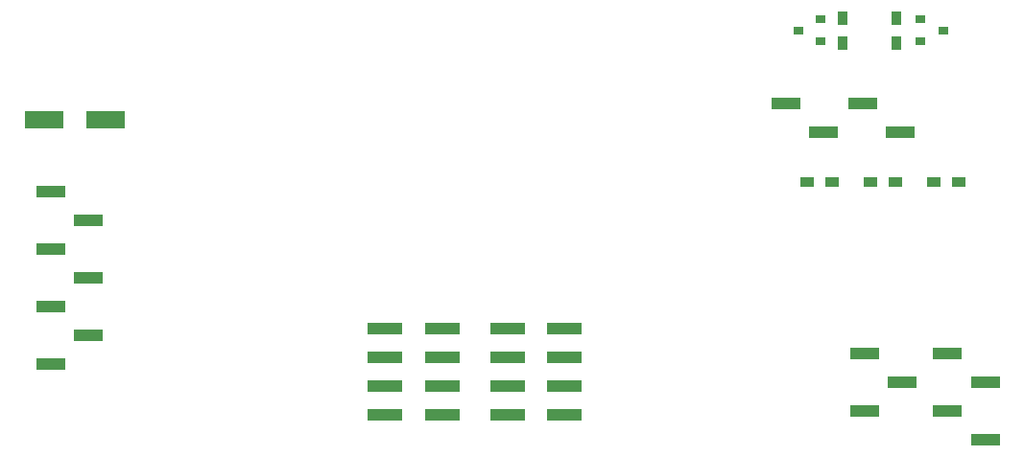
<source format=gtp>
G04 #@! TF.FileFunction,Paste,Top*
%FSLAX46Y46*%
G04 Gerber Fmt 4.6, Leading zero omitted, Abs format (unit mm)*
G04 Created by KiCad (PCBNEW 4.0.7) date 01/09/18 02:40:13*
%MOMM*%
%LPD*%
G01*
G04 APERTURE LIST*
%ADD10C,0.100000*%
%ADD11R,3.500000X1.600000*%
%ADD12R,2.510000X1.000000*%
%ADD13R,0.900000X0.800000*%
%ADD14R,0.900000X1.200000*%
%ADD15R,1.200000X0.900000*%
%ADD16R,3.150000X1.000000*%
G04 APERTURE END LIST*
D10*
D11*
X115600000Y-83700000D03*
X110200000Y-83700000D03*
D12*
X110790000Y-90000000D03*
X110790000Y-95080000D03*
X110790000Y-100160000D03*
X110790000Y-105240000D03*
X114100000Y-92540000D03*
X114100000Y-97620000D03*
X114100000Y-102700000D03*
D13*
X178700000Y-76700000D03*
X178700000Y-74800000D03*
X176700000Y-75750000D03*
X187500000Y-74800000D03*
X187500000Y-76700000D03*
X189500000Y-75750000D03*
D14*
X180600000Y-76850001D03*
X180600000Y-74650001D03*
X185400000Y-74660001D03*
X185400000Y-76860001D03*
D15*
X185297500Y-89200000D03*
X183097500Y-89200000D03*
X190900000Y-89200000D03*
X188700000Y-89200000D03*
X179700000Y-89200000D03*
X177500000Y-89200000D03*
D12*
X189900000Y-104300000D03*
X189900000Y-109380000D03*
X193210000Y-106840000D03*
X193210000Y-111920000D03*
D16*
X145302495Y-109746055D03*
X140252495Y-109746055D03*
X145302495Y-107206055D03*
X140252495Y-107206055D03*
X145302495Y-104666055D03*
X140252495Y-104666055D03*
X145302495Y-102126055D03*
X140252495Y-102126055D03*
X156102495Y-109746055D03*
X151052495Y-109746055D03*
X156102495Y-107206055D03*
X151052495Y-107206055D03*
X156102495Y-104666055D03*
X151052495Y-104666055D03*
X156102495Y-102126055D03*
X151052495Y-102126055D03*
D12*
X182600000Y-104320000D03*
X182600000Y-109400000D03*
X185910000Y-106860000D03*
X178955000Y-84770000D03*
X175645000Y-82230000D03*
X185755000Y-84770000D03*
X182445000Y-82230000D03*
M02*

</source>
